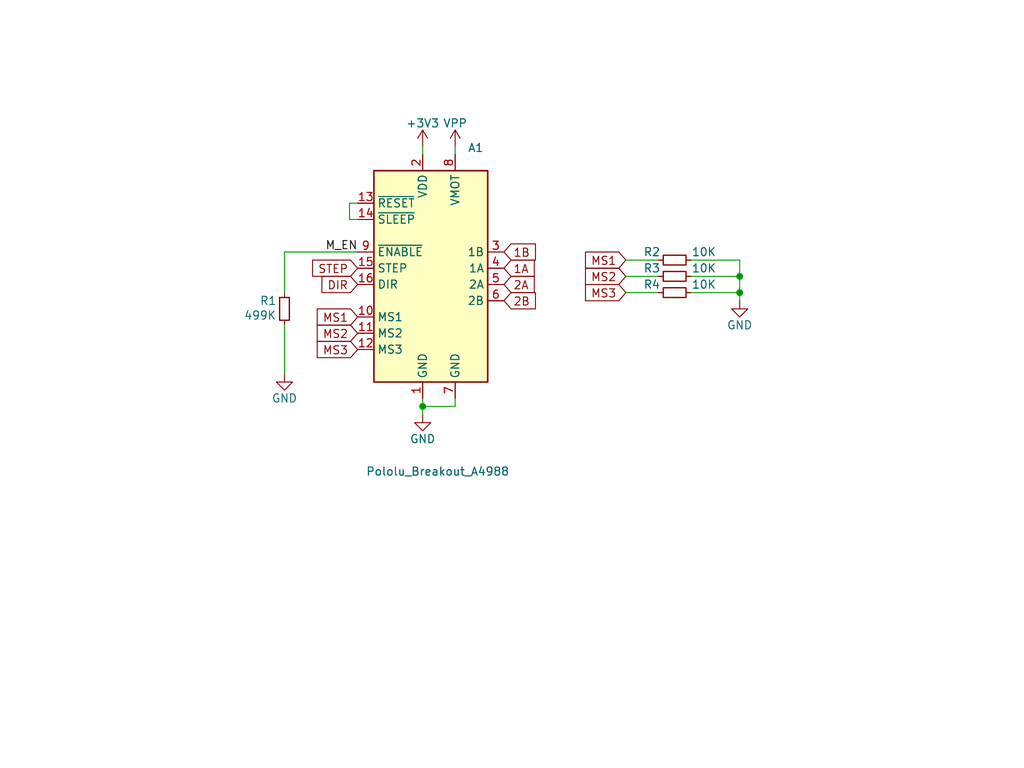
<source format=kicad_sch>
(kicad_sch (version 20230121) (generator eeschema)

  (uuid 24c45a69-1309-4a66-85dc-bd4044729c6d)

  (paper "User" 159.995 119.99)

  (lib_symbols
    (symbol "Device:R_Small" (pin_numbers hide) (pin_names (offset 0.254) hide) (in_bom yes) (on_board yes)
      (property "Reference" "R" (at 0.762 0.508 0)
        (effects (font (size 1.27 1.27)) (justify left))
      )
      (property "Value" "R_Small" (at 0.762 -1.016 0)
        (effects (font (size 1.27 1.27)) (justify left))
      )
      (property "Footprint" "" (at 0 0 0)
        (effects (font (size 1.27 1.27)) hide)
      )
      (property "Datasheet" "~" (at 0 0 0)
        (effects (font (size 1.27 1.27)) hide)
      )
      (property "ki_keywords" "R resistor" (at 0 0 0)
        (effects (font (size 1.27 1.27)) hide)
      )
      (property "ki_description" "Resistor, small symbol" (at 0 0 0)
        (effects (font (size 1.27 1.27)) hide)
      )
      (property "ki_fp_filters" "R_*" (at 0 0 0)
        (effects (font (size 1.27 1.27)) hide)
      )
      (symbol "R_Small_0_1"
        (rectangle (start -0.762 1.778) (end 0.762 -1.778)
          (stroke (width 0.2032) (type default))
          (fill (type none))
        )
      )
      (symbol "R_Small_1_1"
        (pin passive line (at 0 2.54 270) (length 0.762)
          (name "~" (effects (font (size 1.27 1.27))))
          (number "1" (effects (font (size 1.27 1.27))))
        )
        (pin passive line (at 0 -2.54 90) (length 0.762)
          (name "~" (effects (font (size 1.27 1.27))))
          (number "2" (effects (font (size 1.27 1.27))))
        )
      )
    )
    (symbol "Driver_Motor:Pololu_Breakout_A4988" (in_bom yes) (on_board yes)
      (property "Reference" "A" (at -2.54 19.05 0)
        (effects (font (size 1.27 1.27)) (justify right))
      )
      (property "Value" "Pololu_Breakout_A4988" (at -2.54 16.51 0)
        (effects (font (size 1.27 1.27)) (justify right))
      )
      (property "Footprint" "Module:Pololu_Breakout-16_15.2x20.3mm" (at 6.985 -19.05 0)
        (effects (font (size 1.27 1.27)) (justify left) hide)
      )
      (property "Datasheet" "https://www.pololu.com/product/2980/pictures" (at 2.54 -7.62 0)
        (effects (font (size 1.27 1.27)) hide)
      )
      (property "ki_keywords" "Pololu Breakout Board Stepper Driver A4988" (at 0 0 0)
        (effects (font (size 1.27 1.27)) hide)
      )
      (property "ki_description" "Pololu Breakout Board, Stepper Driver A4988" (at 0 0 0)
        (effects (font (size 1.27 1.27)) hide)
      )
      (property "ki_fp_filters" "Pololu*Breakout*15.2x20.3mm*" (at 0 0 0)
        (effects (font (size 1.27 1.27)) hide)
      )
      (symbol "Pololu_Breakout_A4988_0_1"
        (rectangle (start 10.16 -17.78) (end -7.62 15.24)
          (stroke (width 0.254) (type default))
          (fill (type background))
        )
      )
      (symbol "Pololu_Breakout_A4988_1_1"
        (pin power_in line (at 0 -20.32 90) (length 2.54)
          (name "GND" (effects (font (size 1.27 1.27))))
          (number "1" (effects (font (size 1.27 1.27))))
        )
        (pin input line (at -10.16 -7.62 0) (length 2.54)
          (name "MS1" (effects (font (size 1.27 1.27))))
          (number "10" (effects (font (size 1.27 1.27))))
        )
        (pin input line (at -10.16 -10.16 0) (length 2.54)
          (name "MS2" (effects (font (size 1.27 1.27))))
          (number "11" (effects (font (size 1.27 1.27))))
        )
        (pin input line (at -10.16 -12.7 0) (length 2.54)
          (name "MS3" (effects (font (size 1.27 1.27))))
          (number "12" (effects (font (size 1.27 1.27))))
        )
        (pin input line (at -10.16 10.16 0) (length 2.54)
          (name "~{RESET}" (effects (font (size 1.27 1.27))))
          (number "13" (effects (font (size 1.27 1.27))))
        )
        (pin input line (at -10.16 7.62 0) (length 2.54)
          (name "~{SLEEP}" (effects (font (size 1.27 1.27))))
          (number "14" (effects (font (size 1.27 1.27))))
        )
        (pin input line (at -10.16 0 0) (length 2.54)
          (name "STEP" (effects (font (size 1.27 1.27))))
          (number "15" (effects (font (size 1.27 1.27))))
        )
        (pin input line (at -10.16 -2.54 0) (length 2.54)
          (name "DIR" (effects (font (size 1.27 1.27))))
          (number "16" (effects (font (size 1.27 1.27))))
        )
        (pin power_in line (at 0 17.78 270) (length 2.54)
          (name "VDD" (effects (font (size 1.27 1.27))))
          (number "2" (effects (font (size 1.27 1.27))))
        )
        (pin output line (at 12.7 2.54 180) (length 2.54)
          (name "1B" (effects (font (size 1.27 1.27))))
          (number "3" (effects (font (size 1.27 1.27))))
        )
        (pin output line (at 12.7 0 180) (length 2.54)
          (name "1A" (effects (font (size 1.27 1.27))))
          (number "4" (effects (font (size 1.27 1.27))))
        )
        (pin output line (at 12.7 -2.54 180) (length 2.54)
          (name "2A" (effects (font (size 1.27 1.27))))
          (number "5" (effects (font (size 1.27 1.27))))
        )
        (pin output line (at 12.7 -5.08 180) (length 2.54)
          (name "2B" (effects (font (size 1.27 1.27))))
          (number "6" (effects (font (size 1.27 1.27))))
        )
        (pin power_in line (at 5.08 -20.32 90) (length 2.54)
          (name "GND" (effects (font (size 1.27 1.27))))
          (number "7" (effects (font (size 1.27 1.27))))
        )
        (pin power_in line (at 5.08 17.78 270) (length 2.54)
          (name "VMOT" (effects (font (size 1.27 1.27))))
          (number "8" (effects (font (size 1.27 1.27))))
        )
        (pin input line (at -10.16 2.54 0) (length 2.54)
          (name "~{ENABLE}" (effects (font (size 1.27 1.27))))
          (number "9" (effects (font (size 1.27 1.27))))
        )
      )
    )
    (symbol "power:+3.3V" (power) (pin_names (offset 0)) (in_bom yes) (on_board yes)
      (property "Reference" "#PWR" (at 0 -3.81 0)
        (effects (font (size 1.27 1.27)) hide)
      )
      (property "Value" "+3.3V" (at 0 3.556 0)
        (effects (font (size 1.27 1.27)))
      )
      (property "Footprint" "" (at 0 0 0)
        (effects (font (size 1.27 1.27)) hide)
      )
      (property "Datasheet" "" (at 0 0 0)
        (effects (font (size 1.27 1.27)) hide)
      )
      (property "ki_keywords" "power-flag" (at 0 0 0)
        (effects (font (size 1.27 1.27)) hide)
      )
      (property "ki_description" "Power symbol creates a global label with name \"+3.3V\"" (at 0 0 0)
        (effects (font (size 1.27 1.27)) hide)
      )
      (symbol "+3.3V_0_1"
        (polyline
          (pts
            (xy -0.762 1.27)
            (xy 0 2.54)
          )
          (stroke (width 0) (type default))
          (fill (type none))
        )
        (polyline
          (pts
            (xy 0 0)
            (xy 0 2.54)
          )
          (stroke (width 0) (type default))
          (fill (type none))
        )
        (polyline
          (pts
            (xy 0 2.54)
            (xy 0.762 1.27)
          )
          (stroke (width 0) (type default))
          (fill (type none))
        )
      )
      (symbol "+3.3V_1_1"
        (pin power_in line (at 0 0 90) (length 0) hide
          (name "+3V3" (effects (font (size 1.27 1.27))))
          (number "1" (effects (font (size 1.27 1.27))))
        )
      )
    )
    (symbol "power:GND" (power) (pin_names (offset 0)) (in_bom yes) (on_board yes)
      (property "Reference" "#PWR" (at 0 -6.35 0)
        (effects (font (size 1.27 1.27)) hide)
      )
      (property "Value" "GND" (at 0 -3.81 0)
        (effects (font (size 1.27 1.27)))
      )
      (property "Footprint" "" (at 0 0 0)
        (effects (font (size 1.27 1.27)) hide)
      )
      (property "Datasheet" "" (at 0 0 0)
        (effects (font (size 1.27 1.27)) hide)
      )
      (property "ki_keywords" "power-flag" (at 0 0 0)
        (effects (font (size 1.27 1.27)) hide)
      )
      (property "ki_description" "Power symbol creates a global label with name \"GND\" , ground" (at 0 0 0)
        (effects (font (size 1.27 1.27)) hide)
      )
      (symbol "GND_0_1"
        (polyline
          (pts
            (xy 0 0)
            (xy 0 -1.27)
            (xy 1.27 -1.27)
            (xy 0 -2.54)
            (xy -1.27 -1.27)
            (xy 0 -1.27)
          )
          (stroke (width 0) (type default))
          (fill (type none))
        )
      )
      (symbol "GND_1_1"
        (pin power_in line (at 0 0 270) (length 0) hide
          (name "GND" (effects (font (size 1.27 1.27))))
          (number "1" (effects (font (size 1.27 1.27))))
        )
      )
    )
    (symbol "power:VPP" (power) (pin_names (offset 0)) (in_bom yes) (on_board yes)
      (property "Reference" "#PWR" (at 0 -3.81 0)
        (effects (font (size 1.27 1.27)) hide)
      )
      (property "Value" "VPP" (at 0 3.81 0)
        (effects (font (size 1.27 1.27)))
      )
      (property "Footprint" "" (at 0 0 0)
        (effects (font (size 1.27 1.27)) hide)
      )
      (property "Datasheet" "" (at 0 0 0)
        (effects (font (size 1.27 1.27)) hide)
      )
      (property "ki_keywords" "power-flag" (at 0 0 0)
        (effects (font (size 1.27 1.27)) hide)
      )
      (property "ki_description" "Power symbol creates a global label with name \"VPP\"" (at 0 0 0)
        (effects (font (size 1.27 1.27)) hide)
      )
      (symbol "VPP_0_1"
        (polyline
          (pts
            (xy -0.762 1.27)
            (xy 0 2.54)
          )
          (stroke (width 0) (type default))
          (fill (type none))
        )
        (polyline
          (pts
            (xy 0 0)
            (xy 0 2.54)
          )
          (stroke (width 0) (type default))
          (fill (type none))
        )
        (polyline
          (pts
            (xy 0 2.54)
            (xy 0.762 1.27)
          )
          (stroke (width 0) (type default))
          (fill (type none))
        )
      )
      (symbol "VPP_1_1"
        (pin power_in line (at 0 0 90) (length 0) hide
          (name "VPP" (effects (font (size 1.27 1.27))))
          (number "1" (effects (font (size 1.27 1.27))))
        )
      )
    )
  )

  (junction (at 115.57 45.72) (diameter 0) (color 0 0 0 0)
    (uuid 9bc0c309-fec8-491a-8e82-b6a29cfe6093)
  )
  (junction (at 115.57 43.18) (diameter 0) (color 0 0 0 0)
    (uuid afd9be74-1aec-4a79-b455-79406a9f68d9)
  )
  (junction (at 66.04 63.5) (diameter 0) (color 0 0 0 0)
    (uuid b1e9fb4d-2951-4797-abbc-b63370de9e25)
  )

  (wire (pts (xy 54.61 31.75) (xy 54.61 34.29))
    (stroke (width 0) (type default))
    (uuid 0a832f17-7a7e-4d72-80ef-23824ba253b2)
  )
  (wire (pts (xy 66.04 62.23) (xy 66.04 63.5))
    (stroke (width 0) (type default))
    (uuid 1695b810-aed9-4222-bf79-f6f35517be51)
  )
  (wire (pts (xy 107.95 40.64) (xy 115.57 40.64))
    (stroke (width 0) (type default))
    (uuid 2cdda370-bbb1-46da-a34b-956e39d5f9d7)
  )
  (wire (pts (xy 54.61 34.29) (xy 55.88 34.29))
    (stroke (width 0) (type default))
    (uuid 314ba548-410e-466e-98e2-eee2626d6296)
  )
  (wire (pts (xy 115.57 40.64) (xy 115.57 43.18))
    (stroke (width 0) (type default))
    (uuid 38d16bfd-5ff6-44dd-8827-fa7ecfb94535)
  )
  (wire (pts (xy 97.79 40.64) (xy 102.87 40.64))
    (stroke (width 0) (type default))
    (uuid 3cc57d9a-f5e3-4d14-b8bd-b917c801c1d8)
  )
  (wire (pts (xy 66.04 63.5) (xy 66.04 64.77))
    (stroke (width 0) (type default))
    (uuid 4580b01c-ac98-4d82-b37d-d08ed4424a29)
  )
  (wire (pts (xy 44.45 39.37) (xy 44.45 45.72))
    (stroke (width 0) (type default))
    (uuid 6ade282b-28d0-4326-ba3a-94edb028258e)
  )
  (wire (pts (xy 71.12 22.86) (xy 71.12 24.13))
    (stroke (width 0) (type default))
    (uuid 742736c5-631e-4def-909e-dca9720c4b2f)
  )
  (wire (pts (xy 44.45 50.8) (xy 44.45 58.42))
    (stroke (width 0) (type default))
    (uuid 74cdb6c2-436e-4fe1-81a1-bcc3e4dab537)
  )
  (wire (pts (xy 115.57 45.72) (xy 115.57 46.99))
    (stroke (width 0) (type default))
    (uuid 789c0742-9f1a-4139-9166-e6cf17ce11a2)
  )
  (wire (pts (xy 97.79 45.72) (xy 102.87 45.72))
    (stroke (width 0) (type default))
    (uuid 7d8d480d-fa82-4f53-809b-628e459107d1)
  )
  (wire (pts (xy 97.79 43.18) (xy 102.87 43.18))
    (stroke (width 0) (type default))
    (uuid 8b0528b3-591a-4568-a19f-816c207c554e)
  )
  (wire (pts (xy 66.04 63.5) (xy 71.12 63.5))
    (stroke (width 0) (type default))
    (uuid 8eb58a94-c669-4795-b9b4-c3071f9e119d)
  )
  (wire (pts (xy 107.95 43.18) (xy 115.57 43.18))
    (stroke (width 0) (type default))
    (uuid 975ce903-a0b5-46ff-bda7-6f5710f45d86)
  )
  (wire (pts (xy 55.88 31.75) (xy 54.61 31.75))
    (stroke (width 0) (type default))
    (uuid bdba3083-e034-4d65-a07c-1e9b5bfde126)
  )
  (wire (pts (xy 107.95 45.72) (xy 115.57 45.72))
    (stroke (width 0) (type default))
    (uuid c30a5334-2c57-448d-a4ea-6f81854fbb96)
  )
  (wire (pts (xy 71.12 63.5) (xy 71.12 62.23))
    (stroke (width 0) (type default))
    (uuid c6770011-0bfc-403a-815b-f876a0d2f4cb)
  )
  (wire (pts (xy 44.45 39.37) (xy 55.88 39.37))
    (stroke (width 0) (type default))
    (uuid db65e667-94a6-4011-b296-e5a54bf35d09)
  )
  (wire (pts (xy 115.57 43.18) (xy 115.57 45.72))
    (stroke (width 0) (type default))
    (uuid e2aedb0a-c724-40fe-a9e7-b29eecab22d8)
  )
  (wire (pts (xy 66.04 22.86) (xy 66.04 24.13))
    (stroke (width 0) (type default))
    (uuid f4df3d10-7bf2-48a3-8873-cdc2d62cc372)
  )

  (label "M_EN" (at 50.8 39.37 0) (fields_autoplaced)
    (effects (font (size 1.27 1.27)) (justify left bottom))
    (uuid a56b6475-1924-455a-9b40-694140528867)
  )

  (global_label "MS2" (shape input) (at 97.79 43.18 180) (fields_autoplaced)
    (effects (font (size 1.27 1.27)) (justify right))
    (uuid 0e8518a3-fa07-4217-9d02-fbd66459bb65)
    (property "Intersheetrefs" "${INTERSHEET_REFS}" (at 91.0138 43.18 0)
      (effects (font (size 1.27 1.27)) (justify right) hide)
    )
  )
  (global_label "MS3" (shape input) (at 97.79 45.72 180) (fields_autoplaced)
    (effects (font (size 1.27 1.27)) (justify right))
    (uuid 1ceca7a2-e419-4942-a26f-a5fa27a7d381)
    (property "Intersheetrefs" "${INTERSHEET_REFS}" (at 91.0138 45.72 0)
      (effects (font (size 1.27 1.27)) (justify right) hide)
    )
  )
  (global_label "MS3" (shape input) (at 55.88 54.61 180) (fields_autoplaced)
    (effects (font (size 1.27 1.27)) (justify right))
    (uuid 4d0316d6-e2f5-40d1-a573-be0817586577)
    (property "Intersheetrefs" "${INTERSHEET_REFS}" (at 49.1038 54.61 0)
      (effects (font (size 1.27 1.27)) (justify right) hide)
    )
  )
  (global_label "1B" (shape input) (at 78.74 39.37 0) (fields_autoplaced)
    (effects (font (size 1.27 1.27)) (justify left))
    (uuid 6263ef3f-c9da-4176-9596-8e6ca163cbe5)
    (property "Intersheetrefs" "${INTERSHEET_REFS}" (at 84.1253 39.37 0)
      (effects (font (size 1.27 1.27)) (justify left) hide)
    )
  )
  (global_label "MS1" (shape input) (at 97.79 40.64 180) (fields_autoplaced)
    (effects (font (size 1.27 1.27)) (justify right))
    (uuid 81b3d65a-9a44-4b75-b152-fb235e98efe2)
    (property "Intersheetrefs" "${INTERSHEET_REFS}" (at 91.0138 40.64 0)
      (effects (font (size 1.27 1.27)) (justify right) hide)
    )
  )
  (global_label "STEP" (shape input) (at 55.88 41.91 180) (fields_autoplaced)
    (effects (font (size 1.27 1.27)) (justify right))
    (uuid b6e6d4fa-3a41-42d6-a996-2f234554c7b0)
    (property "Intersheetrefs" "${INTERSHEET_REFS}" (at 48.3781 41.91 0)
      (effects (font (size 1.27 1.27)) (justify right) hide)
    )
  )
  (global_label "1A" (shape input) (at 78.74 41.91 0) (fields_autoplaced)
    (effects (font (size 1.27 1.27)) (justify left))
    (uuid c2ab4290-457e-4bb0-b268-4334041e3ef6)
    (property "Intersheetrefs" "${INTERSHEET_REFS}" (at 83.9439 41.91 0)
      (effects (font (size 1.27 1.27)) (justify left) hide)
    )
  )
  (global_label "2A" (shape input) (at 78.74 44.45 0) (fields_autoplaced)
    (effects (font (size 1.27 1.27)) (justify left))
    (uuid d8c9751f-494b-4a9b-9f94-b891ffb74070)
    (property "Intersheetrefs" "${INTERSHEET_REFS}" (at 83.9439 44.45 0)
      (effects (font (size 1.27 1.27)) (justify left) hide)
    )
  )
  (global_label "MS2" (shape input) (at 55.88 52.07 180) (fields_autoplaced)
    (effects (font (size 1.27 1.27)) (justify right))
    (uuid d90ede5f-31f4-4cb8-b642-c8a73276285b)
    (property "Intersheetrefs" "${INTERSHEET_REFS}" (at 49.1038 52.07 0)
      (effects (font (size 1.27 1.27)) (justify right) hide)
    )
  )
  (global_label "2B" (shape input) (at 78.74 46.99 0) (fields_autoplaced)
    (effects (font (size 1.27 1.27)) (justify left))
    (uuid e0b742a9-5436-4010-8e47-b1749cef2f13)
    (property "Intersheetrefs" "${INTERSHEET_REFS}" (at 84.1253 46.99 0)
      (effects (font (size 1.27 1.27)) (justify left) hide)
    )
  )
  (global_label "MS1" (shape input) (at 55.88 49.53 180) (fields_autoplaced)
    (effects (font (size 1.27 1.27)) (justify right))
    (uuid e9a68804-b036-4f46-b280-b3934f2e9737)
    (property "Intersheetrefs" "${INTERSHEET_REFS}" (at 49.1038 49.53 0)
      (effects (font (size 1.27 1.27)) (justify right) hide)
    )
  )
  (global_label "DIR" (shape input) (at 55.88 44.45 180) (fields_autoplaced)
    (effects (font (size 1.27 1.27)) (justify right))
    (uuid ef0c6258-8774-4a56-92ab-5e3a684512d6)
    (property "Intersheetrefs" "${INTERSHEET_REFS}" (at 49.8294 44.45 0)
      (effects (font (size 1.27 1.27)) (justify right) hide)
    )
  )

  (symbol (lib_id "power:VPP") (at 71.12 22.86 0) (unit 1)
    (in_bom yes) (on_board yes) (dnp no) (fields_autoplaced)
    (uuid 17906d29-71c5-425f-80cf-3c45db403f22)
    (property "Reference" "#PWR01" (at 71.12 26.67 0)
      (effects (font (size 1.27 1.27)) hide)
    )
    (property "Value" "VPP" (at 71.12 19.2555 0)
      (effects (font (size 1.27 1.27)))
    )
    (property "Footprint" "" (at 71.12 22.86 0)
      (effects (font (size 1.27 1.27)) hide)
    )
    (property "Datasheet" "" (at 71.12 22.86 0)
      (effects (font (size 1.27 1.27)) hide)
    )
    (pin "1" (uuid 74e8b308-a0fa-41bd-8d04-efd7a0f5ce25))
    (instances
      (project "StepperMotor_module_V2_XIAO_RP2040"
        (path "/67ad53b0-e724-4354-8add-ffbe056bca93/f879121b-b8b1-4c0a-8f21-a8ce38d582ad"
          (reference "#PWR01") (unit 1)
        )
      )
      (project "Motor_module"
        (path "/e63e39d7-6ac0-4ffd-8aa3-1841a4541b55"
          (reference "#PWR0116") (unit 1)
        )
      )
    )
  )

  (symbol (lib_id "Device:R_Small") (at 105.41 40.64 90) (unit 1)
    (in_bom yes) (on_board yes) (dnp no)
    (uuid 17f93025-1250-4150-a548-7af85bf6401a)
    (property "Reference" "R6" (at 101.854 39.37 90)
      (effects (font (size 1.27 1.27)))
    )
    (property "Value" "10K" (at 109.982 39.37 90)
      (effects (font (size 1.27 1.27)))
    )
    (property "Footprint" "Resistor_SMD:R_0603_1608Metric_Pad0.98x0.95mm_HandSolder" (at 105.41 40.64 0)
      (effects (font (size 1.27 1.27)) hide)
    )
    (property "Datasheet" "~" (at 105.41 40.64 0)
      (effects (font (size 1.27 1.27)) hide)
    )
    (pin "1" (uuid 12838c72-dd86-4086-a785-e75698b42ed1))
    (pin "2" (uuid a511a76c-63b6-4e21-9b29-efe1402b6e28))
    (instances
      (project "StepperMotor_module_V2_XIAO_RP2040"
        (path "/67ad53b0-e724-4354-8add-ffbe056bca93/f879121b-b8b1-4c0a-8f21-a8ce38d582ad"
          (reference "R2") (unit 1)
        )
      )
      (project "DATA_STORAGE"
        (path "/e63e39d7-6ac0-4ffd-8aa3-1841a4541b55"
          (reference "R1") (unit 1)
        )
      )
    )
  )

  (symbol (lib_id "Driver_Motor:Pololu_Breakout_A4988") (at 66.04 41.91 0) (unit 1)
    (in_bom yes) (on_board yes) (dnp no)
    (uuid 4b59193e-b0eb-4f60-bb53-d6cc0433404f)
    (property "Reference" "A1" (at 73.0759 23.09 0)
      (effects (font (size 1.27 1.27)) (justify left))
    )
    (property "Value" "Pololu_Breakout_A4988" (at 57.15 73.66 0)
      (effects (font (size 1.27 1.27)) (justify left))
    )
    (property "Footprint" "Module:Pololu_Breakout-16_15.2x20.3mm" (at 73.025 60.96 0)
      (effects (font (size 1.27 1.27)) (justify left) hide)
    )
    (property "Datasheet" "https://www.pololu.com/product/2980/pictures" (at 68.58 49.53 0)
      (effects (font (size 1.27 1.27)) hide)
    )
    (pin "1" (uuid df3d1108-4fac-472e-85c2-d0dd425b3fc1))
    (pin "10" (uuid f911847c-60a2-4ce2-8a06-0b49da0a0b3e))
    (pin "11" (uuid e6e50d7f-51b2-4855-a8f5-21f4a705a6d1))
    (pin "12" (uuid 0ae8269d-e948-43f7-88ca-e741154886e4))
    (pin "13" (uuid 669cad02-4893-4e1d-a44a-db7bdfe1b9ef))
    (pin "14" (uuid 0d34b4b5-d32e-41a0-89aa-8560890818da))
    (pin "15" (uuid b312b40e-a249-4bfe-ad22-9f9b616bac66))
    (pin "16" (uuid d86984b0-a9d2-4919-94d7-7e012282d687))
    (pin "2" (uuid 7a07c972-8b51-4920-a18c-dec48f125bc0))
    (pin "3" (uuid 6454bfaa-6771-4f2d-a885-1895b73c7b85))
    (pin "4" (uuid c4263df8-c165-4f92-9637-bd10781d6af0))
    (pin "5" (uuid 3faaa097-c851-49c3-8ff0-339fd9a4f2da))
    (pin "6" (uuid 86f57667-41c4-4ec5-ba25-c5b2c37b4581))
    (pin "7" (uuid c8216c2c-4596-40da-bb02-896fb576270a))
    (pin "8" (uuid a58cb54c-b16b-437f-bfc8-fb32280a481b))
    (pin "9" (uuid 78d7243f-8b94-47b4-ac48-102b643265aa))
    (instances
      (project "StepperMotor_module_V2_XIAO_RP2040"
        (path "/67ad53b0-e724-4354-8add-ffbe056bca93/f879121b-b8b1-4c0a-8f21-a8ce38d582ad"
          (reference "A1") (unit 1)
        )
      )
    )
  )

  (symbol (lib_id "Device:R_Small") (at 105.41 45.72 90) (unit 1)
    (in_bom yes) (on_board yes) (dnp no)
    (uuid 81afdd6f-3ea4-4ecb-ab34-98c20a2fe902)
    (property "Reference" "R6" (at 101.854 44.45 90)
      (effects (font (size 1.27 1.27)))
    )
    (property "Value" "10K" (at 109.982 44.45 90)
      (effects (font (size 1.27 1.27)))
    )
    (property "Footprint" "Resistor_SMD:R_0603_1608Metric_Pad0.98x0.95mm_HandSolder" (at 105.41 45.72 0)
      (effects (font (size 1.27 1.27)) hide)
    )
    (property "Datasheet" "~" (at 105.41 45.72 0)
      (effects (font (size 1.27 1.27)) hide)
    )
    (pin "1" (uuid 0aeffa10-8a80-4070-8c31-97a9dd0f52de))
    (pin "2" (uuid 08e92a10-e3e6-4dc0-89ac-0a362e6b5950))
    (instances
      (project "StepperMotor_module_V2_XIAO_RP2040"
        (path "/67ad53b0-e724-4354-8add-ffbe056bca93/f879121b-b8b1-4c0a-8f21-a8ce38d582ad"
          (reference "R4") (unit 1)
        )
      )
      (project "DATA_STORAGE"
        (path "/e63e39d7-6ac0-4ffd-8aa3-1841a4541b55"
          (reference "R1") (unit 1)
        )
      )
    )
  )

  (symbol (lib_id "Device:R_Small") (at 105.41 43.18 90) (unit 1)
    (in_bom yes) (on_board yes) (dnp no)
    (uuid 95901fb0-a30d-42a2-9b24-4769895616cc)
    (property "Reference" "R6" (at 101.854 41.91 90)
      (effects (font (size 1.27 1.27)))
    )
    (property "Value" "10K" (at 109.982 41.91 90)
      (effects (font (size 1.27 1.27)))
    )
    (property "Footprint" "Resistor_SMD:R_0603_1608Metric_Pad0.98x0.95mm_HandSolder" (at 105.41 43.18 0)
      (effects (font (size 1.27 1.27)) hide)
    )
    (property "Datasheet" "~" (at 105.41 43.18 0)
      (effects (font (size 1.27 1.27)) hide)
    )
    (pin "1" (uuid 12782b14-bdfe-431d-91bc-8e0367b2a7da))
    (pin "2" (uuid 9b7e16bd-ba09-4230-9a30-731a236009e9))
    (instances
      (project "StepperMotor_module_V2_XIAO_RP2040"
        (path "/67ad53b0-e724-4354-8add-ffbe056bca93/f879121b-b8b1-4c0a-8f21-a8ce38d582ad"
          (reference "R3") (unit 1)
        )
      )
      (project "DATA_STORAGE"
        (path "/e63e39d7-6ac0-4ffd-8aa3-1841a4541b55"
          (reference "R1") (unit 1)
        )
      )
    )
  )

  (symbol (lib_id "power:GND") (at 44.45 58.42 0) (unit 1)
    (in_bom yes) (on_board yes) (dnp no)
    (uuid b6af94d9-4c61-4c9b-bb1c-ee75a5361568)
    (property "Reference" "#PWR06" (at 44.45 64.77 0)
      (effects (font (size 1.27 1.27)) hide)
    )
    (property "Value" "GND" (at 44.45 62.23 0)
      (effects (font (size 1.27 1.27)))
    )
    (property "Footprint" "" (at 44.45 58.42 0)
      (effects (font (size 1.27 1.27)) hide)
    )
    (property "Datasheet" "" (at 44.45 58.42 0)
      (effects (font (size 1.27 1.27)) hide)
    )
    (pin "1" (uuid 4b01788c-4c0f-4366-bcca-00a4cfdce541))
    (instances
      (project "StepperMotor_module_V2_XIAO_RP2040"
        (path "/67ad53b0-e724-4354-8add-ffbe056bca93/f879121b-b8b1-4c0a-8f21-a8ce38d582ad"
          (reference "#PWR06") (unit 1)
        )
      )
      (project "Motor_module"
        (path "/e63e39d7-6ac0-4ffd-8aa3-1841a4541b55"
          (reference "#PWR0111") (unit 1)
        )
      )
    )
  )

  (symbol (lib_id "power:+3.3V") (at 66.04 22.86 0) (unit 1)
    (in_bom yes) (on_board yes) (dnp no) (fields_autoplaced)
    (uuid c487fcd8-88a3-46c5-a273-b3b5892a459b)
    (property "Reference" "#PWR03" (at 66.04 26.67 0)
      (effects (font (size 1.27 1.27)) hide)
    )
    (property "Value" "+3.3V" (at 66.04 19.2555 0)
      (effects (font (size 1.27 1.27)))
    )
    (property "Footprint" "" (at 66.04 22.86 0)
      (effects (font (size 1.27 1.27)) hide)
    )
    (property "Datasheet" "" (at 66.04 22.86 0)
      (effects (font (size 1.27 1.27)) hide)
    )
    (pin "1" (uuid 09badd08-e91e-49c4-9dd2-a3fa237f4953))
    (instances
      (project "StepperMotor_module_V2_XIAO_RP2040"
        (path "/67ad53b0-e724-4354-8add-ffbe056bca93/f879121b-b8b1-4c0a-8f21-a8ce38d582ad"
          (reference "#PWR03") (unit 1)
        )
      )
      (project "Motor_module"
        (path "/e63e39d7-6ac0-4ffd-8aa3-1841a4541b55"
          (reference "#PWR0115") (unit 1)
        )
      )
    )
  )

  (symbol (lib_id "power:GND") (at 66.04 64.77 0) (unit 1)
    (in_bom yes) (on_board yes) (dnp no)
    (uuid d32f8077-1c08-4a17-b5ab-df834ee9eded)
    (property "Reference" "#PWR02" (at 66.04 71.12 0)
      (effects (font (size 1.27 1.27)) hide)
    )
    (property "Value" "GND" (at 66.04 68.58 0)
      (effects (font (size 1.27 1.27)))
    )
    (property "Footprint" "" (at 66.04 64.77 0)
      (effects (font (size 1.27 1.27)) hide)
    )
    (property "Datasheet" "" (at 66.04 64.77 0)
      (effects (font (size 1.27 1.27)) hide)
    )
    (pin "1" (uuid 1ffb3b89-a06a-4c0f-9ca8-a51ed9465a22))
    (instances
      (project "StepperMotor_module_V2_XIAO_RP2040"
        (path "/67ad53b0-e724-4354-8add-ffbe056bca93/f879121b-b8b1-4c0a-8f21-a8ce38d582ad"
          (reference "#PWR02") (unit 1)
        )
      )
      (project "Motor_module"
        (path "/e63e39d7-6ac0-4ffd-8aa3-1841a4541b55"
          (reference "#PWR0114") (unit 1)
        )
      )
    )
  )

  (symbol (lib_id "power:GND") (at 115.57 46.99 0) (unit 1)
    (in_bom yes) (on_board yes) (dnp no)
    (uuid dd4ba3d6-c266-4ca4-ae96-103e6e951c41)
    (property "Reference" "#PWR07" (at 115.57 53.34 0)
      (effects (font (size 1.27 1.27)) hide)
    )
    (property "Value" "GND" (at 115.57 50.8 0)
      (effects (font (size 1.27 1.27)))
    )
    (property "Footprint" "" (at 115.57 46.99 0)
      (effects (font (size 1.27 1.27)) hide)
    )
    (property "Datasheet" "" (at 115.57 46.99 0)
      (effects (font (size 1.27 1.27)) hide)
    )
    (pin "1" (uuid f96c9bbe-1dc2-481b-88f6-5f6a0bd8e417))
    (instances
      (project "StepperMotor_module_V2_XIAO_RP2040"
        (path "/67ad53b0-e724-4354-8add-ffbe056bca93/f879121b-b8b1-4c0a-8f21-a8ce38d582ad"
          (reference "#PWR07") (unit 1)
        )
      )
      (project "Motor_module"
        (path "/e63e39d7-6ac0-4ffd-8aa3-1841a4541b55"
          (reference "#PWR0105") (unit 1)
        )
      )
    )
  )

  (symbol (lib_id "Device:R_Small") (at 44.45 48.26 0) (unit 1)
    (in_bom yes) (on_board yes) (dnp no)
    (uuid ed1871fb-d791-42ef-8405-59d8564cbe10)
    (property "Reference" "R6" (at 41.91 46.99 0)
      (effects (font (size 1.27 1.27)))
    )
    (property "Value" "499K" (at 40.64 49.276 0)
      (effects (font (size 1.27 1.27)))
    )
    (property "Footprint" "Resistor_SMD:R_0603_1608Metric_Pad0.98x0.95mm_HandSolder" (at 44.45 48.26 0)
      (effects (font (size 1.27 1.27)) hide)
    )
    (property "Datasheet" "~" (at 44.45 48.26 0)
      (effects (font (size 1.27 1.27)) hide)
    )
    (pin "1" (uuid daeb7ad2-3458-45de-9940-e33caf4a158a))
    (pin "2" (uuid 6de047fd-0d7c-4619-aae5-1353bc95eae2))
    (instances
      (project "StepperMotor_module_V2_XIAO_RP2040"
        (path "/67ad53b0-e724-4354-8add-ffbe056bca93/f879121b-b8b1-4c0a-8f21-a8ce38d582ad"
          (reference "R1") (unit 1)
        )
      )
      (project "DATA_STORAGE"
        (path "/e63e39d7-6ac0-4ffd-8aa3-1841a4541b55"
          (reference "R1") (unit 1)
        )
      )
    )
  )
)

</source>
